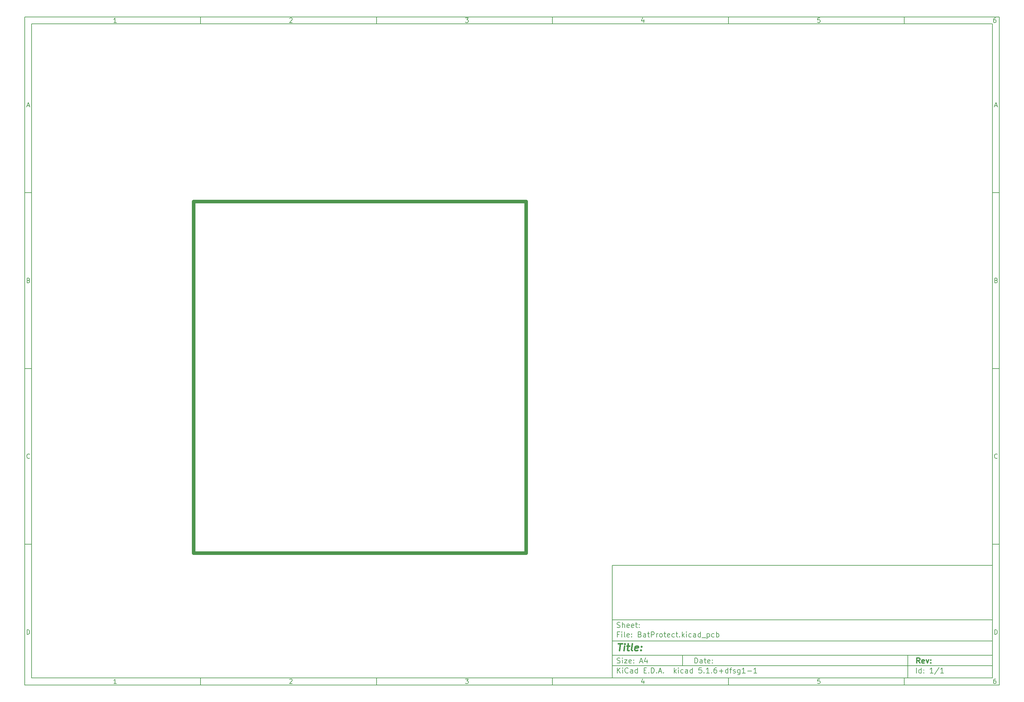
<source format=gbr>
G04 #@! TF.GenerationSoftware,KiCad,Pcbnew,5.1.6+dfsg1-1*
G04 #@! TF.CreationDate,2021-04-29T08:47:55+10:00*
G04 #@! TF.ProjectId,BatProtect,42617450-726f-4746-9563-742e6b696361,rev?*
G04 #@! TF.SameCoordinates,Original*
G04 #@! TF.FileFunction,Profile,NP*
%FSLAX45Y45*%
G04 Gerber Fmt 4.5, Leading zero omitted, Abs format (unit mm)*
G04 Created by KiCad (PCBNEW 5.1.6+dfsg1-1) date 2021-04-29 08:47:55*
%MOMM*%
%LPD*%
G01*
G04 APERTURE LIST*
%ADD10C,0.100000*%
%ADD11C,0.150000*%
%ADD12C,0.300000*%
%ADD13C,0.400000*%
G04 #@! TA.AperFunction,Profile*
%ADD14C,1.000000*%
G04 #@! TD*
G04 APERTURE END LIST*
D10*
D11*
X17700220Y-16600720D02*
X17700220Y-19800720D01*
X28500220Y-19800720D01*
X28500220Y-16600720D01*
X17700220Y-16600720D01*
D10*
D11*
X1000000Y-1000000D02*
X1000000Y-20000720D01*
X28700220Y-20000720D01*
X28700220Y-1000000D01*
X1000000Y-1000000D01*
D10*
D11*
X1200000Y-1200000D02*
X1200000Y-19800720D01*
X28500220Y-19800720D01*
X28500220Y-1200000D01*
X1200000Y-1200000D01*
D10*
D11*
X6000000Y-1200000D02*
X6000000Y-1000000D01*
D10*
D11*
X11000000Y-1200000D02*
X11000000Y-1000000D01*
D10*
D11*
X16000000Y-1200000D02*
X16000000Y-1000000D01*
D10*
D11*
X21000000Y-1200000D02*
X21000000Y-1000000D01*
D10*
D11*
X26000000Y-1200000D02*
X26000000Y-1000000D01*
D10*
D11*
X3606548Y-1158810D02*
X3532262Y-1158810D01*
X3569405Y-1158810D02*
X3569405Y-1028809D01*
X3557024Y-1047381D01*
X3544643Y-1059762D01*
X3532262Y-1065952D01*
D10*
D11*
X8532262Y-1041190D02*
X8538452Y-1035000D01*
X8550833Y-1028809D01*
X8581786Y-1028809D01*
X8594167Y-1035000D01*
X8600357Y-1041190D01*
X8606548Y-1053571D01*
X8606548Y-1065952D01*
X8600357Y-1084524D01*
X8526071Y-1158810D01*
X8606548Y-1158810D01*
D10*
D11*
X13526071Y-1028809D02*
X13606548Y-1028809D01*
X13563214Y-1078333D01*
X13581786Y-1078333D01*
X13594167Y-1084524D01*
X13600357Y-1090714D01*
X13606548Y-1103095D01*
X13606548Y-1134048D01*
X13600357Y-1146429D01*
X13594167Y-1152619D01*
X13581786Y-1158810D01*
X13544643Y-1158810D01*
X13532262Y-1152619D01*
X13526071Y-1146429D01*
D10*
D11*
X18594167Y-1072143D02*
X18594167Y-1158810D01*
X18563214Y-1022619D02*
X18532262Y-1115476D01*
X18612738Y-1115476D01*
D10*
D11*
X23600357Y-1028809D02*
X23538452Y-1028809D01*
X23532262Y-1090714D01*
X23538452Y-1084524D01*
X23550833Y-1078333D01*
X23581786Y-1078333D01*
X23594167Y-1084524D01*
X23600357Y-1090714D01*
X23606548Y-1103095D01*
X23606548Y-1134048D01*
X23600357Y-1146429D01*
X23594167Y-1152619D01*
X23581786Y-1158810D01*
X23550833Y-1158810D01*
X23538452Y-1152619D01*
X23532262Y-1146429D01*
D10*
D11*
X28594167Y-1028809D02*
X28569405Y-1028809D01*
X28557024Y-1035000D01*
X28550833Y-1041190D01*
X28538452Y-1059762D01*
X28532262Y-1084524D01*
X28532262Y-1134048D01*
X28538452Y-1146429D01*
X28544643Y-1152619D01*
X28557024Y-1158810D01*
X28581786Y-1158810D01*
X28594167Y-1152619D01*
X28600357Y-1146429D01*
X28606548Y-1134048D01*
X28606548Y-1103095D01*
X28600357Y-1090714D01*
X28594167Y-1084524D01*
X28581786Y-1078333D01*
X28557024Y-1078333D01*
X28544643Y-1084524D01*
X28538452Y-1090714D01*
X28532262Y-1103095D01*
D10*
D11*
X6000000Y-19800720D02*
X6000000Y-20000720D01*
D10*
D11*
X11000000Y-19800720D02*
X11000000Y-20000720D01*
D10*
D11*
X16000000Y-19800720D02*
X16000000Y-20000720D01*
D10*
D11*
X21000000Y-19800720D02*
X21000000Y-20000720D01*
D10*
D11*
X26000000Y-19800720D02*
X26000000Y-20000720D01*
D10*
D11*
X3606548Y-19959530D02*
X3532262Y-19959530D01*
X3569405Y-19959530D02*
X3569405Y-19829530D01*
X3557024Y-19848101D01*
X3544643Y-19860482D01*
X3532262Y-19866672D01*
D10*
D11*
X8532262Y-19841910D02*
X8538452Y-19835720D01*
X8550833Y-19829530D01*
X8581786Y-19829530D01*
X8594167Y-19835720D01*
X8600357Y-19841910D01*
X8606548Y-19854291D01*
X8606548Y-19866672D01*
X8600357Y-19885244D01*
X8526071Y-19959530D01*
X8606548Y-19959530D01*
D10*
D11*
X13526071Y-19829530D02*
X13606548Y-19829530D01*
X13563214Y-19879053D01*
X13581786Y-19879053D01*
X13594167Y-19885244D01*
X13600357Y-19891434D01*
X13606548Y-19903815D01*
X13606548Y-19934768D01*
X13600357Y-19947149D01*
X13594167Y-19953339D01*
X13581786Y-19959530D01*
X13544643Y-19959530D01*
X13532262Y-19953339D01*
X13526071Y-19947149D01*
D10*
D11*
X18594167Y-19872863D02*
X18594167Y-19959530D01*
X18563214Y-19823339D02*
X18532262Y-19916196D01*
X18612738Y-19916196D01*
D10*
D11*
X23600357Y-19829530D02*
X23538452Y-19829530D01*
X23532262Y-19891434D01*
X23538452Y-19885244D01*
X23550833Y-19879053D01*
X23581786Y-19879053D01*
X23594167Y-19885244D01*
X23600357Y-19891434D01*
X23606548Y-19903815D01*
X23606548Y-19934768D01*
X23600357Y-19947149D01*
X23594167Y-19953339D01*
X23581786Y-19959530D01*
X23550833Y-19959530D01*
X23538452Y-19953339D01*
X23532262Y-19947149D01*
D10*
D11*
X28594167Y-19829530D02*
X28569405Y-19829530D01*
X28557024Y-19835720D01*
X28550833Y-19841910D01*
X28538452Y-19860482D01*
X28532262Y-19885244D01*
X28532262Y-19934768D01*
X28538452Y-19947149D01*
X28544643Y-19953339D01*
X28557024Y-19959530D01*
X28581786Y-19959530D01*
X28594167Y-19953339D01*
X28600357Y-19947149D01*
X28606548Y-19934768D01*
X28606548Y-19903815D01*
X28600357Y-19891434D01*
X28594167Y-19885244D01*
X28581786Y-19879053D01*
X28557024Y-19879053D01*
X28544643Y-19885244D01*
X28538452Y-19891434D01*
X28532262Y-19903815D01*
D10*
D11*
X1000000Y-6000000D02*
X1200000Y-6000000D01*
D10*
D11*
X1000000Y-11000000D02*
X1200000Y-11000000D01*
D10*
D11*
X1000000Y-16000000D02*
X1200000Y-16000000D01*
D10*
D11*
X1069048Y-3521667D02*
X1130952Y-3521667D01*
X1056667Y-3558809D02*
X1100000Y-3428809D01*
X1143333Y-3558809D01*
D10*
D11*
X1109286Y-8490714D02*
X1127857Y-8496905D01*
X1134048Y-8503095D01*
X1140238Y-8515476D01*
X1140238Y-8534048D01*
X1134048Y-8546429D01*
X1127857Y-8552619D01*
X1115476Y-8558810D01*
X1065952Y-8558810D01*
X1065952Y-8428810D01*
X1109286Y-8428810D01*
X1121667Y-8435000D01*
X1127857Y-8441190D01*
X1134048Y-8453571D01*
X1134048Y-8465952D01*
X1127857Y-8478333D01*
X1121667Y-8484524D01*
X1109286Y-8490714D01*
X1065952Y-8490714D01*
D10*
D11*
X1140238Y-13546428D02*
X1134048Y-13552619D01*
X1115476Y-13558809D01*
X1103095Y-13558809D01*
X1084524Y-13552619D01*
X1072143Y-13540238D01*
X1065952Y-13527857D01*
X1059762Y-13503095D01*
X1059762Y-13484524D01*
X1065952Y-13459762D01*
X1072143Y-13447381D01*
X1084524Y-13435000D01*
X1103095Y-13428809D01*
X1115476Y-13428809D01*
X1134048Y-13435000D01*
X1140238Y-13441190D01*
D10*
D11*
X1065952Y-18558810D02*
X1065952Y-18428810D01*
X1096905Y-18428810D01*
X1115476Y-18435000D01*
X1127857Y-18447381D01*
X1134048Y-18459762D01*
X1140238Y-18484524D01*
X1140238Y-18503095D01*
X1134048Y-18527857D01*
X1127857Y-18540238D01*
X1115476Y-18552619D01*
X1096905Y-18558810D01*
X1065952Y-18558810D01*
D10*
D11*
X28700220Y-6000000D02*
X28500220Y-6000000D01*
D10*
D11*
X28700220Y-11000000D02*
X28500220Y-11000000D01*
D10*
D11*
X28700220Y-16000000D02*
X28500220Y-16000000D01*
D10*
D11*
X28569268Y-3521667D02*
X28631172Y-3521667D01*
X28556887Y-3558809D02*
X28600220Y-3428809D01*
X28643553Y-3558809D01*
D10*
D11*
X28609506Y-8490714D02*
X28628077Y-8496905D01*
X28634268Y-8503095D01*
X28640458Y-8515476D01*
X28640458Y-8534048D01*
X28634268Y-8546429D01*
X28628077Y-8552619D01*
X28615696Y-8558810D01*
X28566172Y-8558810D01*
X28566172Y-8428810D01*
X28609506Y-8428810D01*
X28621887Y-8435000D01*
X28628077Y-8441190D01*
X28634268Y-8453571D01*
X28634268Y-8465952D01*
X28628077Y-8478333D01*
X28621887Y-8484524D01*
X28609506Y-8490714D01*
X28566172Y-8490714D01*
D10*
D11*
X28640458Y-13546428D02*
X28634268Y-13552619D01*
X28615696Y-13558809D01*
X28603315Y-13558809D01*
X28584744Y-13552619D01*
X28572363Y-13540238D01*
X28566172Y-13527857D01*
X28559982Y-13503095D01*
X28559982Y-13484524D01*
X28566172Y-13459762D01*
X28572363Y-13447381D01*
X28584744Y-13435000D01*
X28603315Y-13428809D01*
X28615696Y-13428809D01*
X28634268Y-13435000D01*
X28640458Y-13441190D01*
D10*
D11*
X28566172Y-18558810D02*
X28566172Y-18428810D01*
X28597125Y-18428810D01*
X28615696Y-18435000D01*
X28628077Y-18447381D01*
X28634268Y-18459762D01*
X28640458Y-18484524D01*
X28640458Y-18503095D01*
X28634268Y-18527857D01*
X28628077Y-18540238D01*
X28615696Y-18552619D01*
X28597125Y-18558810D01*
X28566172Y-18558810D01*
D10*
D11*
X20043434Y-19378577D02*
X20043434Y-19228577D01*
X20079149Y-19228577D01*
X20100577Y-19235720D01*
X20114863Y-19250006D01*
X20122006Y-19264291D01*
X20129149Y-19292863D01*
X20129149Y-19314291D01*
X20122006Y-19342863D01*
X20114863Y-19357149D01*
X20100577Y-19371434D01*
X20079149Y-19378577D01*
X20043434Y-19378577D01*
X20257720Y-19378577D02*
X20257720Y-19300006D01*
X20250577Y-19285720D01*
X20236291Y-19278577D01*
X20207720Y-19278577D01*
X20193434Y-19285720D01*
X20257720Y-19371434D02*
X20243434Y-19378577D01*
X20207720Y-19378577D01*
X20193434Y-19371434D01*
X20186291Y-19357149D01*
X20186291Y-19342863D01*
X20193434Y-19328577D01*
X20207720Y-19321434D01*
X20243434Y-19321434D01*
X20257720Y-19314291D01*
X20307720Y-19278577D02*
X20364863Y-19278577D01*
X20329149Y-19228577D02*
X20329149Y-19357149D01*
X20336291Y-19371434D01*
X20350577Y-19378577D01*
X20364863Y-19378577D01*
X20472006Y-19371434D02*
X20457720Y-19378577D01*
X20429149Y-19378577D01*
X20414863Y-19371434D01*
X20407720Y-19357149D01*
X20407720Y-19300006D01*
X20414863Y-19285720D01*
X20429149Y-19278577D01*
X20457720Y-19278577D01*
X20472006Y-19285720D01*
X20479149Y-19300006D01*
X20479149Y-19314291D01*
X20407720Y-19328577D01*
X20543434Y-19364291D02*
X20550577Y-19371434D01*
X20543434Y-19378577D01*
X20536291Y-19371434D01*
X20543434Y-19364291D01*
X20543434Y-19378577D01*
X20543434Y-19285720D02*
X20550577Y-19292863D01*
X20543434Y-19300006D01*
X20536291Y-19292863D01*
X20543434Y-19285720D01*
X20543434Y-19300006D01*
D10*
D11*
X17700220Y-19450720D02*
X28500220Y-19450720D01*
D10*
D11*
X17843434Y-19658577D02*
X17843434Y-19508577D01*
X17929149Y-19658577D02*
X17864863Y-19572863D01*
X17929149Y-19508577D02*
X17843434Y-19594291D01*
X17993434Y-19658577D02*
X17993434Y-19558577D01*
X17993434Y-19508577D02*
X17986291Y-19515720D01*
X17993434Y-19522863D01*
X18000577Y-19515720D01*
X17993434Y-19508577D01*
X17993434Y-19522863D01*
X18150577Y-19644291D02*
X18143434Y-19651434D01*
X18122006Y-19658577D01*
X18107720Y-19658577D01*
X18086291Y-19651434D01*
X18072006Y-19637149D01*
X18064863Y-19622863D01*
X18057720Y-19594291D01*
X18057720Y-19572863D01*
X18064863Y-19544291D01*
X18072006Y-19530006D01*
X18086291Y-19515720D01*
X18107720Y-19508577D01*
X18122006Y-19508577D01*
X18143434Y-19515720D01*
X18150577Y-19522863D01*
X18279149Y-19658577D02*
X18279149Y-19580006D01*
X18272006Y-19565720D01*
X18257720Y-19558577D01*
X18229149Y-19558577D01*
X18214863Y-19565720D01*
X18279149Y-19651434D02*
X18264863Y-19658577D01*
X18229149Y-19658577D01*
X18214863Y-19651434D01*
X18207720Y-19637149D01*
X18207720Y-19622863D01*
X18214863Y-19608577D01*
X18229149Y-19601434D01*
X18264863Y-19601434D01*
X18279149Y-19594291D01*
X18414863Y-19658577D02*
X18414863Y-19508577D01*
X18414863Y-19651434D02*
X18400577Y-19658577D01*
X18372006Y-19658577D01*
X18357720Y-19651434D01*
X18350577Y-19644291D01*
X18343434Y-19630006D01*
X18343434Y-19587149D01*
X18350577Y-19572863D01*
X18357720Y-19565720D01*
X18372006Y-19558577D01*
X18400577Y-19558577D01*
X18414863Y-19565720D01*
X18600577Y-19580006D02*
X18650577Y-19580006D01*
X18672006Y-19658577D02*
X18600577Y-19658577D01*
X18600577Y-19508577D01*
X18672006Y-19508577D01*
X18736291Y-19644291D02*
X18743434Y-19651434D01*
X18736291Y-19658577D01*
X18729149Y-19651434D01*
X18736291Y-19644291D01*
X18736291Y-19658577D01*
X18807720Y-19658577D02*
X18807720Y-19508577D01*
X18843434Y-19508577D01*
X18864863Y-19515720D01*
X18879149Y-19530006D01*
X18886291Y-19544291D01*
X18893434Y-19572863D01*
X18893434Y-19594291D01*
X18886291Y-19622863D01*
X18879149Y-19637149D01*
X18864863Y-19651434D01*
X18843434Y-19658577D01*
X18807720Y-19658577D01*
X18957720Y-19644291D02*
X18964863Y-19651434D01*
X18957720Y-19658577D01*
X18950577Y-19651434D01*
X18957720Y-19644291D01*
X18957720Y-19658577D01*
X19022006Y-19615720D02*
X19093434Y-19615720D01*
X19007720Y-19658577D02*
X19057720Y-19508577D01*
X19107720Y-19658577D01*
X19157720Y-19644291D02*
X19164863Y-19651434D01*
X19157720Y-19658577D01*
X19150577Y-19651434D01*
X19157720Y-19644291D01*
X19157720Y-19658577D01*
X19457720Y-19658577D02*
X19457720Y-19508577D01*
X19472006Y-19601434D02*
X19514863Y-19658577D01*
X19514863Y-19558577D02*
X19457720Y-19615720D01*
X19579149Y-19658577D02*
X19579149Y-19558577D01*
X19579149Y-19508577D02*
X19572006Y-19515720D01*
X19579149Y-19522863D01*
X19586291Y-19515720D01*
X19579149Y-19508577D01*
X19579149Y-19522863D01*
X19714863Y-19651434D02*
X19700577Y-19658577D01*
X19672006Y-19658577D01*
X19657720Y-19651434D01*
X19650577Y-19644291D01*
X19643434Y-19630006D01*
X19643434Y-19587149D01*
X19650577Y-19572863D01*
X19657720Y-19565720D01*
X19672006Y-19558577D01*
X19700577Y-19558577D01*
X19714863Y-19565720D01*
X19843434Y-19658577D02*
X19843434Y-19580006D01*
X19836291Y-19565720D01*
X19822006Y-19558577D01*
X19793434Y-19558577D01*
X19779149Y-19565720D01*
X19843434Y-19651434D02*
X19829149Y-19658577D01*
X19793434Y-19658577D01*
X19779149Y-19651434D01*
X19772006Y-19637149D01*
X19772006Y-19622863D01*
X19779149Y-19608577D01*
X19793434Y-19601434D01*
X19829149Y-19601434D01*
X19843434Y-19594291D01*
X19979149Y-19658577D02*
X19979149Y-19508577D01*
X19979149Y-19651434D02*
X19964863Y-19658577D01*
X19936291Y-19658577D01*
X19922006Y-19651434D01*
X19914863Y-19644291D01*
X19907720Y-19630006D01*
X19907720Y-19587149D01*
X19914863Y-19572863D01*
X19922006Y-19565720D01*
X19936291Y-19558577D01*
X19964863Y-19558577D01*
X19979149Y-19565720D01*
X20236291Y-19508577D02*
X20164863Y-19508577D01*
X20157720Y-19580006D01*
X20164863Y-19572863D01*
X20179149Y-19565720D01*
X20214863Y-19565720D01*
X20229149Y-19572863D01*
X20236291Y-19580006D01*
X20243434Y-19594291D01*
X20243434Y-19630006D01*
X20236291Y-19644291D01*
X20229149Y-19651434D01*
X20214863Y-19658577D01*
X20179149Y-19658577D01*
X20164863Y-19651434D01*
X20157720Y-19644291D01*
X20307720Y-19644291D02*
X20314863Y-19651434D01*
X20307720Y-19658577D01*
X20300577Y-19651434D01*
X20307720Y-19644291D01*
X20307720Y-19658577D01*
X20457720Y-19658577D02*
X20372006Y-19658577D01*
X20414863Y-19658577D02*
X20414863Y-19508577D01*
X20400577Y-19530006D01*
X20386291Y-19544291D01*
X20372006Y-19551434D01*
X20522006Y-19644291D02*
X20529149Y-19651434D01*
X20522006Y-19658577D01*
X20514863Y-19651434D01*
X20522006Y-19644291D01*
X20522006Y-19658577D01*
X20657720Y-19508577D02*
X20629149Y-19508577D01*
X20614863Y-19515720D01*
X20607720Y-19522863D01*
X20593434Y-19544291D01*
X20586291Y-19572863D01*
X20586291Y-19630006D01*
X20593434Y-19644291D01*
X20600577Y-19651434D01*
X20614863Y-19658577D01*
X20643434Y-19658577D01*
X20657720Y-19651434D01*
X20664863Y-19644291D01*
X20672006Y-19630006D01*
X20672006Y-19594291D01*
X20664863Y-19580006D01*
X20657720Y-19572863D01*
X20643434Y-19565720D01*
X20614863Y-19565720D01*
X20600577Y-19572863D01*
X20593434Y-19580006D01*
X20586291Y-19594291D01*
X20736291Y-19601434D02*
X20850577Y-19601434D01*
X20793434Y-19658577D02*
X20793434Y-19544291D01*
X20986291Y-19658577D02*
X20986291Y-19508577D01*
X20986291Y-19651434D02*
X20972006Y-19658577D01*
X20943434Y-19658577D01*
X20929149Y-19651434D01*
X20922006Y-19644291D01*
X20914863Y-19630006D01*
X20914863Y-19587149D01*
X20922006Y-19572863D01*
X20929149Y-19565720D01*
X20943434Y-19558577D01*
X20972006Y-19558577D01*
X20986291Y-19565720D01*
X21036291Y-19558577D02*
X21093434Y-19558577D01*
X21057720Y-19658577D02*
X21057720Y-19530006D01*
X21064863Y-19515720D01*
X21079149Y-19508577D01*
X21093434Y-19508577D01*
X21136291Y-19651434D02*
X21150577Y-19658577D01*
X21179149Y-19658577D01*
X21193434Y-19651434D01*
X21200577Y-19637149D01*
X21200577Y-19630006D01*
X21193434Y-19615720D01*
X21179149Y-19608577D01*
X21157720Y-19608577D01*
X21143434Y-19601434D01*
X21136291Y-19587149D01*
X21136291Y-19580006D01*
X21143434Y-19565720D01*
X21157720Y-19558577D01*
X21179149Y-19558577D01*
X21193434Y-19565720D01*
X21329149Y-19558577D02*
X21329149Y-19680006D01*
X21322006Y-19694291D01*
X21314863Y-19701434D01*
X21300577Y-19708577D01*
X21279149Y-19708577D01*
X21264863Y-19701434D01*
X21329149Y-19651434D02*
X21314863Y-19658577D01*
X21286291Y-19658577D01*
X21272006Y-19651434D01*
X21264863Y-19644291D01*
X21257720Y-19630006D01*
X21257720Y-19587149D01*
X21264863Y-19572863D01*
X21272006Y-19565720D01*
X21286291Y-19558577D01*
X21314863Y-19558577D01*
X21329149Y-19565720D01*
X21479149Y-19658577D02*
X21393434Y-19658577D01*
X21436291Y-19658577D02*
X21436291Y-19508577D01*
X21422006Y-19530006D01*
X21407720Y-19544291D01*
X21393434Y-19551434D01*
X21543434Y-19601434D02*
X21657720Y-19601434D01*
X21807720Y-19658577D02*
X21722006Y-19658577D01*
X21764863Y-19658577D02*
X21764863Y-19508577D01*
X21750577Y-19530006D01*
X21736291Y-19544291D01*
X21722006Y-19551434D01*
D10*
D11*
X17700220Y-19150720D02*
X28500220Y-19150720D01*
D10*
D12*
X26441148Y-19378577D02*
X26391148Y-19307149D01*
X26355434Y-19378577D02*
X26355434Y-19228577D01*
X26412577Y-19228577D01*
X26426863Y-19235720D01*
X26434006Y-19242863D01*
X26441148Y-19257149D01*
X26441148Y-19278577D01*
X26434006Y-19292863D01*
X26426863Y-19300006D01*
X26412577Y-19307149D01*
X26355434Y-19307149D01*
X26562577Y-19371434D02*
X26548291Y-19378577D01*
X26519720Y-19378577D01*
X26505434Y-19371434D01*
X26498291Y-19357149D01*
X26498291Y-19300006D01*
X26505434Y-19285720D01*
X26519720Y-19278577D01*
X26548291Y-19278577D01*
X26562577Y-19285720D01*
X26569720Y-19300006D01*
X26569720Y-19314291D01*
X26498291Y-19328577D01*
X26619720Y-19278577D02*
X26655434Y-19378577D01*
X26691148Y-19278577D01*
X26748291Y-19364291D02*
X26755434Y-19371434D01*
X26748291Y-19378577D01*
X26741148Y-19371434D01*
X26748291Y-19364291D01*
X26748291Y-19378577D01*
X26748291Y-19285720D02*
X26755434Y-19292863D01*
X26748291Y-19300006D01*
X26741148Y-19292863D01*
X26748291Y-19285720D01*
X26748291Y-19300006D01*
D10*
D11*
X17836291Y-19371434D02*
X17857720Y-19378577D01*
X17893434Y-19378577D01*
X17907720Y-19371434D01*
X17914863Y-19364291D01*
X17922006Y-19350006D01*
X17922006Y-19335720D01*
X17914863Y-19321434D01*
X17907720Y-19314291D01*
X17893434Y-19307149D01*
X17864863Y-19300006D01*
X17850577Y-19292863D01*
X17843434Y-19285720D01*
X17836291Y-19271434D01*
X17836291Y-19257149D01*
X17843434Y-19242863D01*
X17850577Y-19235720D01*
X17864863Y-19228577D01*
X17900577Y-19228577D01*
X17922006Y-19235720D01*
X17986291Y-19378577D02*
X17986291Y-19278577D01*
X17986291Y-19228577D02*
X17979149Y-19235720D01*
X17986291Y-19242863D01*
X17993434Y-19235720D01*
X17986291Y-19228577D01*
X17986291Y-19242863D01*
X18043434Y-19278577D02*
X18122006Y-19278577D01*
X18043434Y-19378577D01*
X18122006Y-19378577D01*
X18236291Y-19371434D02*
X18222006Y-19378577D01*
X18193434Y-19378577D01*
X18179149Y-19371434D01*
X18172006Y-19357149D01*
X18172006Y-19300006D01*
X18179149Y-19285720D01*
X18193434Y-19278577D01*
X18222006Y-19278577D01*
X18236291Y-19285720D01*
X18243434Y-19300006D01*
X18243434Y-19314291D01*
X18172006Y-19328577D01*
X18307720Y-19364291D02*
X18314863Y-19371434D01*
X18307720Y-19378577D01*
X18300577Y-19371434D01*
X18307720Y-19364291D01*
X18307720Y-19378577D01*
X18307720Y-19285720D02*
X18314863Y-19292863D01*
X18307720Y-19300006D01*
X18300577Y-19292863D01*
X18307720Y-19285720D01*
X18307720Y-19300006D01*
X18486291Y-19335720D02*
X18557720Y-19335720D01*
X18472006Y-19378577D02*
X18522006Y-19228577D01*
X18572006Y-19378577D01*
X18686291Y-19278577D02*
X18686291Y-19378577D01*
X18650577Y-19221434D02*
X18614863Y-19328577D01*
X18707720Y-19328577D01*
D10*
D11*
X26343434Y-19658577D02*
X26343434Y-19508577D01*
X26479148Y-19658577D02*
X26479148Y-19508577D01*
X26479148Y-19651434D02*
X26464863Y-19658577D01*
X26436291Y-19658577D01*
X26422006Y-19651434D01*
X26414863Y-19644291D01*
X26407720Y-19630006D01*
X26407720Y-19587149D01*
X26414863Y-19572863D01*
X26422006Y-19565720D01*
X26436291Y-19558577D01*
X26464863Y-19558577D01*
X26479148Y-19565720D01*
X26550577Y-19644291D02*
X26557720Y-19651434D01*
X26550577Y-19658577D01*
X26543434Y-19651434D01*
X26550577Y-19644291D01*
X26550577Y-19658577D01*
X26550577Y-19565720D02*
X26557720Y-19572863D01*
X26550577Y-19580006D01*
X26543434Y-19572863D01*
X26550577Y-19565720D01*
X26550577Y-19580006D01*
X26814863Y-19658577D02*
X26729148Y-19658577D01*
X26772006Y-19658577D02*
X26772006Y-19508577D01*
X26757720Y-19530006D01*
X26743434Y-19544291D01*
X26729148Y-19551434D01*
X26986291Y-19501434D02*
X26857720Y-19694291D01*
X27114863Y-19658577D02*
X27029148Y-19658577D01*
X27072006Y-19658577D02*
X27072006Y-19508577D01*
X27057720Y-19530006D01*
X27043434Y-19544291D01*
X27029148Y-19551434D01*
D10*
D11*
X17700220Y-18750720D02*
X28500220Y-18750720D01*
D10*
D13*
X17871458Y-18821196D02*
X17985744Y-18821196D01*
X17903601Y-19021196D02*
X17928601Y-18821196D01*
X18027410Y-19021196D02*
X18044077Y-18887863D01*
X18052410Y-18821196D02*
X18041696Y-18830720D01*
X18050030Y-18840244D01*
X18060744Y-18830720D01*
X18052410Y-18821196D01*
X18050030Y-18840244D01*
X18110744Y-18887863D02*
X18186934Y-18887863D01*
X18147649Y-18821196D02*
X18126220Y-18992625D01*
X18133363Y-19011672D01*
X18151220Y-19021196D01*
X18170268Y-19021196D01*
X18265506Y-19021196D02*
X18247649Y-19011672D01*
X18240506Y-18992625D01*
X18261934Y-18821196D01*
X18419077Y-19011672D02*
X18398839Y-19021196D01*
X18360744Y-19021196D01*
X18342887Y-19011672D01*
X18335744Y-18992625D01*
X18345268Y-18916434D01*
X18357172Y-18897387D01*
X18377410Y-18887863D01*
X18415506Y-18887863D01*
X18433363Y-18897387D01*
X18440506Y-18916434D01*
X18438125Y-18935482D01*
X18340506Y-18954530D01*
X18515506Y-19002149D02*
X18523839Y-19011672D01*
X18513125Y-19021196D01*
X18504791Y-19011672D01*
X18515506Y-19002149D01*
X18513125Y-19021196D01*
X18528601Y-18897387D02*
X18536934Y-18906910D01*
X18526220Y-18916434D01*
X18517887Y-18906910D01*
X18528601Y-18897387D01*
X18526220Y-18916434D01*
D10*
D11*
X17893434Y-18560006D02*
X17843434Y-18560006D01*
X17843434Y-18638577D02*
X17843434Y-18488577D01*
X17914863Y-18488577D01*
X17972006Y-18638577D02*
X17972006Y-18538577D01*
X17972006Y-18488577D02*
X17964863Y-18495720D01*
X17972006Y-18502863D01*
X17979149Y-18495720D01*
X17972006Y-18488577D01*
X17972006Y-18502863D01*
X18064863Y-18638577D02*
X18050577Y-18631434D01*
X18043434Y-18617149D01*
X18043434Y-18488577D01*
X18179149Y-18631434D02*
X18164863Y-18638577D01*
X18136291Y-18638577D01*
X18122006Y-18631434D01*
X18114863Y-18617149D01*
X18114863Y-18560006D01*
X18122006Y-18545720D01*
X18136291Y-18538577D01*
X18164863Y-18538577D01*
X18179149Y-18545720D01*
X18186291Y-18560006D01*
X18186291Y-18574291D01*
X18114863Y-18588577D01*
X18250577Y-18624291D02*
X18257720Y-18631434D01*
X18250577Y-18638577D01*
X18243434Y-18631434D01*
X18250577Y-18624291D01*
X18250577Y-18638577D01*
X18250577Y-18545720D02*
X18257720Y-18552863D01*
X18250577Y-18560006D01*
X18243434Y-18552863D01*
X18250577Y-18545720D01*
X18250577Y-18560006D01*
X18486291Y-18560006D02*
X18507720Y-18567149D01*
X18514863Y-18574291D01*
X18522006Y-18588577D01*
X18522006Y-18610006D01*
X18514863Y-18624291D01*
X18507720Y-18631434D01*
X18493434Y-18638577D01*
X18436291Y-18638577D01*
X18436291Y-18488577D01*
X18486291Y-18488577D01*
X18500577Y-18495720D01*
X18507720Y-18502863D01*
X18514863Y-18517149D01*
X18514863Y-18531434D01*
X18507720Y-18545720D01*
X18500577Y-18552863D01*
X18486291Y-18560006D01*
X18436291Y-18560006D01*
X18650577Y-18638577D02*
X18650577Y-18560006D01*
X18643434Y-18545720D01*
X18629149Y-18538577D01*
X18600577Y-18538577D01*
X18586291Y-18545720D01*
X18650577Y-18631434D02*
X18636291Y-18638577D01*
X18600577Y-18638577D01*
X18586291Y-18631434D01*
X18579149Y-18617149D01*
X18579149Y-18602863D01*
X18586291Y-18588577D01*
X18600577Y-18581434D01*
X18636291Y-18581434D01*
X18650577Y-18574291D01*
X18700577Y-18538577D02*
X18757720Y-18538577D01*
X18722006Y-18488577D02*
X18722006Y-18617149D01*
X18729149Y-18631434D01*
X18743434Y-18638577D01*
X18757720Y-18638577D01*
X18807720Y-18638577D02*
X18807720Y-18488577D01*
X18864863Y-18488577D01*
X18879149Y-18495720D01*
X18886291Y-18502863D01*
X18893434Y-18517149D01*
X18893434Y-18538577D01*
X18886291Y-18552863D01*
X18879149Y-18560006D01*
X18864863Y-18567149D01*
X18807720Y-18567149D01*
X18957720Y-18638577D02*
X18957720Y-18538577D01*
X18957720Y-18567149D02*
X18964863Y-18552863D01*
X18972006Y-18545720D01*
X18986291Y-18538577D01*
X19000577Y-18538577D01*
X19072006Y-18638577D02*
X19057720Y-18631434D01*
X19050577Y-18624291D01*
X19043434Y-18610006D01*
X19043434Y-18567149D01*
X19050577Y-18552863D01*
X19057720Y-18545720D01*
X19072006Y-18538577D01*
X19093434Y-18538577D01*
X19107720Y-18545720D01*
X19114863Y-18552863D01*
X19122006Y-18567149D01*
X19122006Y-18610006D01*
X19114863Y-18624291D01*
X19107720Y-18631434D01*
X19093434Y-18638577D01*
X19072006Y-18638577D01*
X19164863Y-18538577D02*
X19222006Y-18538577D01*
X19186291Y-18488577D02*
X19186291Y-18617149D01*
X19193434Y-18631434D01*
X19207720Y-18638577D01*
X19222006Y-18638577D01*
X19329149Y-18631434D02*
X19314863Y-18638577D01*
X19286291Y-18638577D01*
X19272006Y-18631434D01*
X19264863Y-18617149D01*
X19264863Y-18560006D01*
X19272006Y-18545720D01*
X19286291Y-18538577D01*
X19314863Y-18538577D01*
X19329149Y-18545720D01*
X19336291Y-18560006D01*
X19336291Y-18574291D01*
X19264863Y-18588577D01*
X19464863Y-18631434D02*
X19450577Y-18638577D01*
X19422006Y-18638577D01*
X19407720Y-18631434D01*
X19400577Y-18624291D01*
X19393434Y-18610006D01*
X19393434Y-18567149D01*
X19400577Y-18552863D01*
X19407720Y-18545720D01*
X19422006Y-18538577D01*
X19450577Y-18538577D01*
X19464863Y-18545720D01*
X19507720Y-18538577D02*
X19564863Y-18538577D01*
X19529149Y-18488577D02*
X19529149Y-18617149D01*
X19536291Y-18631434D01*
X19550577Y-18638577D01*
X19564863Y-18638577D01*
X19614863Y-18624291D02*
X19622006Y-18631434D01*
X19614863Y-18638577D01*
X19607720Y-18631434D01*
X19614863Y-18624291D01*
X19614863Y-18638577D01*
X19686291Y-18638577D02*
X19686291Y-18488577D01*
X19700577Y-18581434D02*
X19743434Y-18638577D01*
X19743434Y-18538577D02*
X19686291Y-18595720D01*
X19807720Y-18638577D02*
X19807720Y-18538577D01*
X19807720Y-18488577D02*
X19800577Y-18495720D01*
X19807720Y-18502863D01*
X19814863Y-18495720D01*
X19807720Y-18488577D01*
X19807720Y-18502863D01*
X19943434Y-18631434D02*
X19929149Y-18638577D01*
X19900577Y-18638577D01*
X19886291Y-18631434D01*
X19879149Y-18624291D01*
X19872006Y-18610006D01*
X19872006Y-18567149D01*
X19879149Y-18552863D01*
X19886291Y-18545720D01*
X19900577Y-18538577D01*
X19929149Y-18538577D01*
X19943434Y-18545720D01*
X20072006Y-18638577D02*
X20072006Y-18560006D01*
X20064863Y-18545720D01*
X20050577Y-18538577D01*
X20022006Y-18538577D01*
X20007720Y-18545720D01*
X20072006Y-18631434D02*
X20057720Y-18638577D01*
X20022006Y-18638577D01*
X20007720Y-18631434D01*
X20000577Y-18617149D01*
X20000577Y-18602863D01*
X20007720Y-18588577D01*
X20022006Y-18581434D01*
X20057720Y-18581434D01*
X20072006Y-18574291D01*
X20207720Y-18638577D02*
X20207720Y-18488577D01*
X20207720Y-18631434D02*
X20193434Y-18638577D01*
X20164863Y-18638577D01*
X20150577Y-18631434D01*
X20143434Y-18624291D01*
X20136291Y-18610006D01*
X20136291Y-18567149D01*
X20143434Y-18552863D01*
X20150577Y-18545720D01*
X20164863Y-18538577D01*
X20193434Y-18538577D01*
X20207720Y-18545720D01*
X20243434Y-18652863D02*
X20357720Y-18652863D01*
X20393434Y-18538577D02*
X20393434Y-18688577D01*
X20393434Y-18545720D02*
X20407720Y-18538577D01*
X20436291Y-18538577D01*
X20450577Y-18545720D01*
X20457720Y-18552863D01*
X20464863Y-18567149D01*
X20464863Y-18610006D01*
X20457720Y-18624291D01*
X20450577Y-18631434D01*
X20436291Y-18638577D01*
X20407720Y-18638577D01*
X20393434Y-18631434D01*
X20593434Y-18631434D02*
X20579149Y-18638577D01*
X20550577Y-18638577D01*
X20536291Y-18631434D01*
X20529149Y-18624291D01*
X20522006Y-18610006D01*
X20522006Y-18567149D01*
X20529149Y-18552863D01*
X20536291Y-18545720D01*
X20550577Y-18538577D01*
X20579149Y-18538577D01*
X20593434Y-18545720D01*
X20657720Y-18638577D02*
X20657720Y-18488577D01*
X20657720Y-18545720D02*
X20672006Y-18538577D01*
X20700577Y-18538577D01*
X20714863Y-18545720D01*
X20722006Y-18552863D01*
X20729149Y-18567149D01*
X20729149Y-18610006D01*
X20722006Y-18624291D01*
X20714863Y-18631434D01*
X20700577Y-18638577D01*
X20672006Y-18638577D01*
X20657720Y-18631434D01*
D10*
D11*
X17700220Y-18150720D02*
X28500220Y-18150720D01*
D10*
D11*
X17836291Y-18361434D02*
X17857720Y-18368577D01*
X17893434Y-18368577D01*
X17907720Y-18361434D01*
X17914863Y-18354291D01*
X17922006Y-18340006D01*
X17922006Y-18325720D01*
X17914863Y-18311434D01*
X17907720Y-18304291D01*
X17893434Y-18297149D01*
X17864863Y-18290006D01*
X17850577Y-18282863D01*
X17843434Y-18275720D01*
X17836291Y-18261434D01*
X17836291Y-18247149D01*
X17843434Y-18232863D01*
X17850577Y-18225720D01*
X17864863Y-18218577D01*
X17900577Y-18218577D01*
X17922006Y-18225720D01*
X17986291Y-18368577D02*
X17986291Y-18218577D01*
X18050577Y-18368577D02*
X18050577Y-18290006D01*
X18043434Y-18275720D01*
X18029149Y-18268577D01*
X18007720Y-18268577D01*
X17993434Y-18275720D01*
X17986291Y-18282863D01*
X18179149Y-18361434D02*
X18164863Y-18368577D01*
X18136291Y-18368577D01*
X18122006Y-18361434D01*
X18114863Y-18347149D01*
X18114863Y-18290006D01*
X18122006Y-18275720D01*
X18136291Y-18268577D01*
X18164863Y-18268577D01*
X18179149Y-18275720D01*
X18186291Y-18290006D01*
X18186291Y-18304291D01*
X18114863Y-18318577D01*
X18307720Y-18361434D02*
X18293434Y-18368577D01*
X18264863Y-18368577D01*
X18250577Y-18361434D01*
X18243434Y-18347149D01*
X18243434Y-18290006D01*
X18250577Y-18275720D01*
X18264863Y-18268577D01*
X18293434Y-18268577D01*
X18307720Y-18275720D01*
X18314863Y-18290006D01*
X18314863Y-18304291D01*
X18243434Y-18318577D01*
X18357720Y-18268577D02*
X18414863Y-18268577D01*
X18379149Y-18218577D02*
X18379149Y-18347149D01*
X18386291Y-18361434D01*
X18400577Y-18368577D01*
X18414863Y-18368577D01*
X18464863Y-18354291D02*
X18472006Y-18361434D01*
X18464863Y-18368577D01*
X18457720Y-18361434D01*
X18464863Y-18354291D01*
X18464863Y-18368577D01*
X18464863Y-18275720D02*
X18472006Y-18282863D01*
X18464863Y-18290006D01*
X18457720Y-18282863D01*
X18464863Y-18275720D01*
X18464863Y-18290006D01*
D10*
D11*
X19700220Y-19150720D02*
X19700220Y-19450720D01*
D10*
D11*
X26100220Y-19150720D02*
X26100220Y-19800720D01*
D14*
X5800000Y-16250000D02*
X5800000Y-6250000D01*
X15250000Y-16250000D02*
X5800000Y-16250000D01*
X15250000Y-6250000D02*
X15250000Y-16250000D01*
X5800000Y-6250000D02*
X15250000Y-6250000D01*
M02*

</source>
